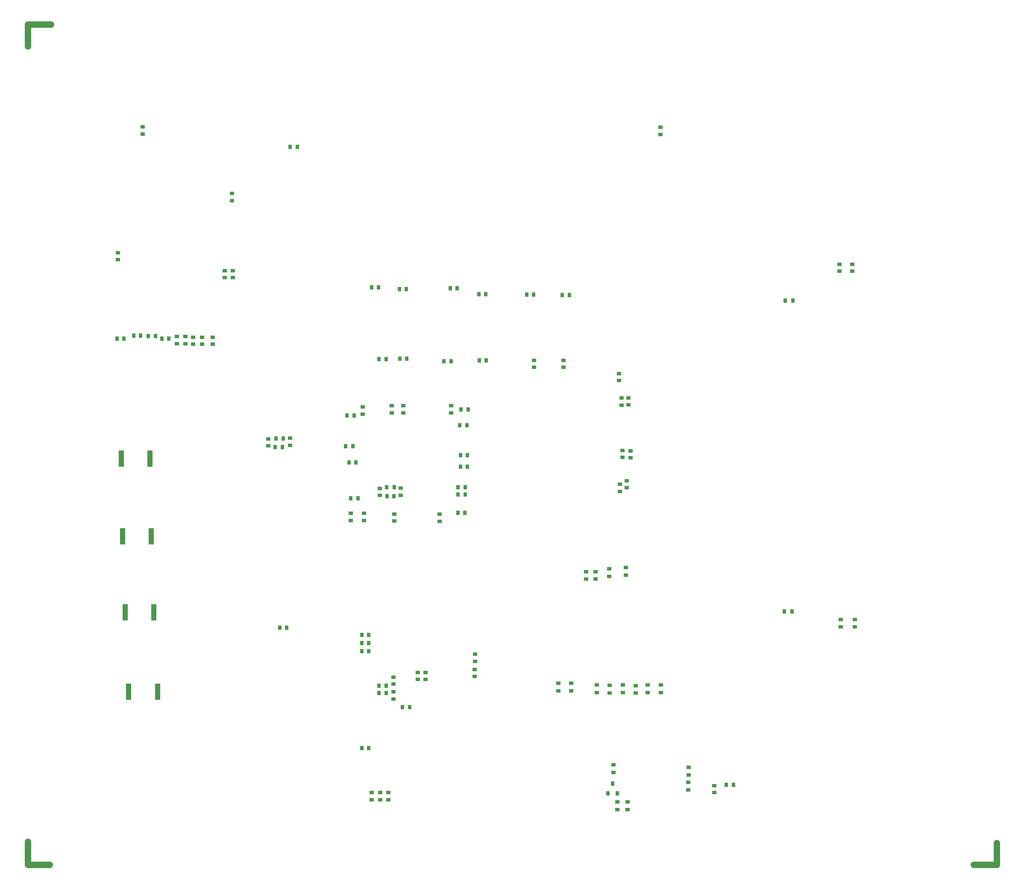
<source format=gbp>
G04 Layer_Color=128*
%FSLAX25Y25*%
%MOIN*%
G70*
G01*
G75*
%ADD10R,0.03150X0.03543*%
%ADD11R,0.03150X0.03543*%
%ADD22R,0.03543X0.02756*%
%ADD23R,0.02756X0.03543*%
%ADD24R,0.03543X0.03150*%
%ADD37C,0.05000*%
%ADD64R,0.04331X0.12992*%
D10*
X335244Y352300D02*
D03*
X340756D02*
D03*
X250756Y323500D02*
D03*
X245244D02*
D03*
X253256Y311000D02*
D03*
X247744D02*
D03*
X340256Y307500D02*
D03*
X334744D02*
D03*
Y316500D02*
D03*
X340256D02*
D03*
X339756Y340000D02*
D03*
X334244D02*
D03*
X254756Y283000D02*
D03*
X249244D02*
D03*
X257744Y176200D02*
D03*
X263256D02*
D03*
X276756Y131000D02*
D03*
X271244D02*
D03*
X276756Y136500D02*
D03*
X271244D02*
D03*
X257744Y170000D02*
D03*
X263256D02*
D03*
X257744Y163500D02*
D03*
X263256D02*
D03*
Y88000D02*
D03*
X257744D02*
D03*
X66744Y407500D02*
D03*
X72256D02*
D03*
X107256D02*
D03*
X101744D02*
D03*
X96756Y409500D02*
D03*
X91244D02*
D03*
X85256Y410000D02*
D03*
X79744D02*
D03*
X277444Y284800D02*
D03*
X282956D02*
D03*
X332844Y286100D02*
D03*
X338356D02*
D03*
X327456Y389900D02*
D03*
X321944D02*
D03*
X193644Y182000D02*
D03*
X199156D02*
D03*
X201844Y557200D02*
D03*
X207356D02*
D03*
X332844Y291700D02*
D03*
X338356D02*
D03*
X265444Y447600D02*
D03*
X270956D02*
D03*
X251756Y347500D02*
D03*
X246244D02*
D03*
X332744Y271500D02*
D03*
X338256D02*
D03*
X190811Y329700D02*
D03*
X196323D02*
D03*
X287044Y446300D02*
D03*
X292556D02*
D03*
X287444Y391900D02*
D03*
X292956D02*
D03*
X276756Y391600D02*
D03*
X271244D02*
D03*
X349444Y390600D02*
D03*
X354956D02*
D03*
X326744Y446900D02*
D03*
X332256D02*
D03*
X349000Y442300D02*
D03*
X354512D02*
D03*
X386344Y441900D02*
D03*
X391856D02*
D03*
X419756Y441500D02*
D03*
X414244D02*
D03*
D11*
X457240Y52563D02*
D03*
X449760D02*
D03*
X453500Y60437D02*
D03*
D22*
X457000Y40047D02*
D03*
Y45953D02*
D03*
X465000Y40047D02*
D03*
Y45953D02*
D03*
X454000Y74953D02*
D03*
Y69047D02*
D03*
X450900Y227853D02*
D03*
Y221947D02*
D03*
X463800Y228853D02*
D03*
Y222947D02*
D03*
X265500Y53453D02*
D03*
Y47547D02*
D03*
X278500Y53453D02*
D03*
Y47547D02*
D03*
X86700Y573053D02*
D03*
Y567147D02*
D03*
X411000Y132647D02*
D03*
Y138553D02*
D03*
X421200Y132647D02*
D03*
Y138553D02*
D03*
X491000Y131447D02*
D03*
Y137353D02*
D03*
X480800Y131247D02*
D03*
Y137153D02*
D03*
X471400Y130847D02*
D03*
Y136753D02*
D03*
X461400Y131247D02*
D03*
Y137153D02*
D03*
X451200Y131047D02*
D03*
Y136953D02*
D03*
X441000Y131247D02*
D03*
Y137153D02*
D03*
X512600Y55447D02*
D03*
Y61353D02*
D03*
X512800Y67047D02*
D03*
Y72953D02*
D03*
D23*
X547953Y59300D02*
D03*
X542047D02*
D03*
X593406Y194500D02*
D03*
X587500D02*
D03*
X289347Y120100D02*
D03*
X295253D02*
D03*
X283053Y291500D02*
D03*
X277147D02*
D03*
X190047Y322900D02*
D03*
X195953D02*
D03*
X588147Y437300D02*
D03*
X594053D02*
D03*
D24*
X327500Y349744D02*
D03*
Y355256D02*
D03*
X464500Y291144D02*
D03*
Y296656D02*
D03*
X415000Y385244D02*
D03*
Y390756D02*
D03*
X459000Y288344D02*
D03*
Y293856D02*
D03*
X461200Y320456D02*
D03*
Y314944D02*
D03*
X318500Y270500D02*
D03*
Y264988D02*
D03*
X467500Y320000D02*
D03*
Y314488D02*
D03*
X301500Y141488D02*
D03*
Y147000D02*
D03*
X307500Y141488D02*
D03*
Y147000D02*
D03*
X631500Y182744D02*
D03*
Y188256D02*
D03*
X630500Y465756D02*
D03*
Y460244D02*
D03*
X272000Y47744D02*
D03*
Y53256D02*
D03*
X642500Y182744D02*
D03*
Y188256D02*
D03*
X640500Y465756D02*
D03*
Y460244D02*
D03*
X282400Y126444D02*
D03*
Y131956D02*
D03*
Y143356D02*
D03*
Y137844D02*
D03*
X345900Y143844D02*
D03*
Y149356D02*
D03*
X346200Y161156D02*
D03*
Y155644D02*
D03*
X440100Y220044D02*
D03*
Y225556D02*
D03*
X67500Y469144D02*
D03*
Y474656D02*
D03*
X113500Y403744D02*
D03*
Y409256D02*
D03*
X120000Y403744D02*
D03*
Y409256D02*
D03*
X126000Y403244D02*
D03*
Y408756D02*
D03*
X133000Y403244D02*
D03*
Y408756D02*
D03*
X141500Y403244D02*
D03*
Y408756D02*
D03*
X157100Y460656D02*
D03*
Y455144D02*
D03*
X150800Y460656D02*
D03*
Y455144D02*
D03*
X288200Y290956D02*
D03*
Y285444D02*
D03*
X156600Y520856D02*
D03*
Y515344D02*
D03*
X465800Y355844D02*
D03*
Y361356D02*
D03*
X259500Y271256D02*
D03*
Y265744D02*
D03*
X490700Y567088D02*
D03*
Y572600D02*
D03*
X281000Y349744D02*
D03*
Y355256D02*
D03*
X258500Y348744D02*
D03*
Y354256D02*
D03*
X290000Y349744D02*
D03*
Y355256D02*
D03*
X249000Y271256D02*
D03*
Y265744D02*
D03*
X392200Y385188D02*
D03*
Y390700D02*
D03*
X432900Y220044D02*
D03*
Y225556D02*
D03*
X271900Y290756D02*
D03*
Y285244D02*
D03*
X201700Y329812D02*
D03*
Y324300D02*
D03*
X184900Y329456D02*
D03*
Y323944D02*
D03*
X532700Y58756D02*
D03*
Y53244D02*
D03*
X458500Y380356D02*
D03*
Y374844D02*
D03*
X460600Y361300D02*
D03*
Y355788D02*
D03*
X283000Y270756D02*
D03*
Y265244D02*
D03*
D37*
X735000Y-3000D02*
X753000D01*
Y14000D01*
X-3000Y653000D02*
X15000D01*
X-3000Y636000D02*
Y653000D01*
Y-3000D02*
X14000D01*
X-3000D02*
Y15000D01*
D64*
X92620Y314000D02*
D03*
X70180D02*
D03*
X93420Y253400D02*
D03*
X70980D02*
D03*
X95420Y194000D02*
D03*
X72980D02*
D03*
X98320Y131900D02*
D03*
X75880D02*
D03*
M02*

</source>
